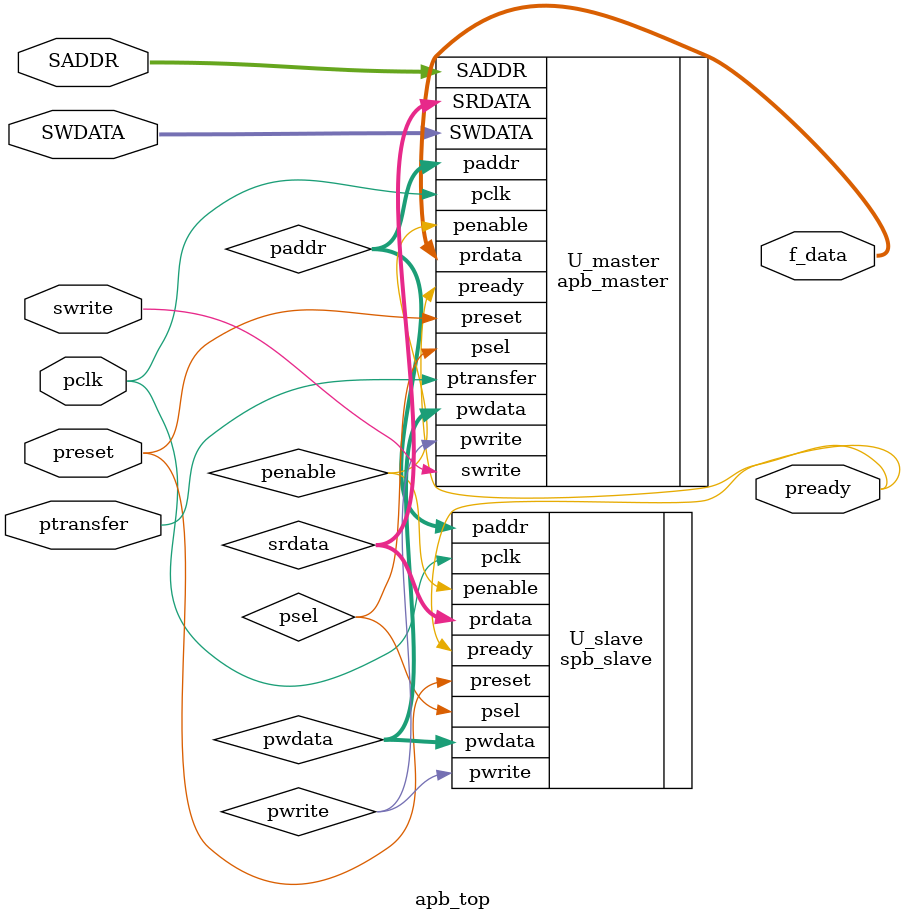
<source format=v>
`timescale 1ns / 1ps


module apb_top(
input preset,pclk,swrite,ptransfer,
input [31:0] SADDR,
input [31:0] SWDATA,
output [31:0] f_data,
output pready
);
wire pwrite, psel, penable;
wire [31:0] paddr, pwdata,srdata;

apb_master U_master (.pwrite(pwrite),
.psel(psel),
.penable(penable),
.paddr(paddr),
.pwdata(pwdata),
.SWDATA(SWDATA),
.SADDR(SADDR),
.SRDATA(srdata),
.prdata(f_data),
.preset(preset),
.pclk(pclk),
.swrite(swrite),
.ptransfer(ptransfer),
.pready(pready)
);

spb_slave U_slave (.pwrite(pwrite),
.psel(psel),
.penable(penable),
.pclk(pclk),
.preset(preset),
.paddr(paddr),
.pwdata(pwdata),
.pready(pready),
.prdata(srdata));

endmodule

</source>
